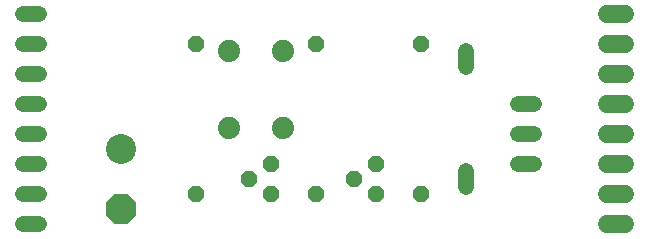
<source format=gbr>
From 6c924609416b82e6be68680874d86447cffa9fd9 Mon Sep 17 00:00:00 2001
From: jaseg <git@jaseg.de>
Date: Wed, 19 Jan 2022 13:40:04 +0100
Subject: Matcher WIP

---
 .../tests/resources/eagle-newer/copper_top.gbr     | 93 ++++++++++++++++++++++
 1 file changed, 93 insertions(+)
 create mode 100644 gerbonara/gerber/tests/resources/eagle-newer/copper_top.gbr

(limited to 'gerbonara/gerber/tests/resources/eagle-newer/copper_top.gbr')

diff --git a/gerbonara/gerber/tests/resources/eagle-newer/copper_top.gbr b/gerbonara/gerber/tests/resources/eagle-newer/copper_top.gbr
new file mode 100644
index 0000000..fbbc160
--- /dev/null
+++ b/gerbonara/gerber/tests/resources/eagle-newer/copper_top.gbr
@@ -0,0 +1,93 @@
+G04 EAGLE Gerber X2 export*
+G04 #@! %TF.Part,Single*
+G04 #@! %TF.FileFunction,Copper,L1,Top,Mixed*
+G04 #@! %TF.FilePolarity,Positive*
+G04 #@! %TF.GenerationSoftware,Autodesk,EAGLE,9.0.0*
+G04 #@! %TF.CreationDate,2019-08-08T19:20:38Z*
+G75*
+%MOMM*%
+%FSLAX34Y34*%
+%LPD*%
+%AMOC8*
+5,1,8,0,0,1.08239X$1,22.5*%
+G01*
+%ADD10P,1.429621X8X112.500000*%
+%ADD11C,2.540000*%
+%ADD12P,2.749271X8X292.500000*%
+%ADD13P,1.429621X8X292.500000*%
+%ADD14C,1.320800*%
+%ADD15C,1.524000*%
+%ADD16C,1.879600*%
+
+
+D10*
+X292100Y63500D03*
+X273050Y50800D03*
+X292100Y38100D03*
+X381000Y63500D03*
+X361950Y50800D03*
+X381000Y38100D03*
+D11*
+X165100Y76200D03*
+D12*
+X165100Y25400D03*
+D13*
+X228600Y165100D03*
+X228600Y38100D03*
+D10*
+X330200Y38100D03*
+X330200Y165100D03*
+D14*
+X457200Y159004D02*
+X457200Y145796D01*
+X457200Y57404D02*
+X457200Y44196D01*
+D10*
+X419100Y38100D03*
+X419100Y165100D03*
+D14*
+X501396Y88900D02*
+X514604Y88900D01*
+X514604Y114300D02*
+X501396Y114300D01*
+X501396Y63500D02*
+X514604Y63500D01*
+X95504Y190500D02*
+X82296Y190500D01*
+X82296Y165100D02*
+X95504Y165100D01*
+X95504Y139700D02*
+X82296Y139700D01*
+X82296Y114300D02*
+X95504Y114300D01*
+X95504Y88900D02*
+X82296Y88900D01*
+X82296Y63500D02*
+X95504Y63500D01*
+X95504Y38100D02*
+X82296Y38100D01*
+X82296Y12700D02*
+X95504Y12700D01*
+D15*
+X576580Y12700D02*
+X591820Y12700D01*
+X591820Y38100D02*
+X576580Y38100D01*
+X576580Y63500D02*
+X591820Y63500D01*
+X591820Y88900D02*
+X576580Y88900D01*
+X576580Y114300D02*
+X591820Y114300D01*
+X591820Y139700D02*
+X576580Y139700D01*
+X576580Y165100D02*
+X591820Y165100D01*
+X591820Y190500D02*
+X576580Y190500D01*
+D16*
+X302006Y159512D03*
+X302006Y94488D03*
+X256794Y159512D03*
+X256794Y94488D03*
+M02*
-- 
cgit 


</source>
